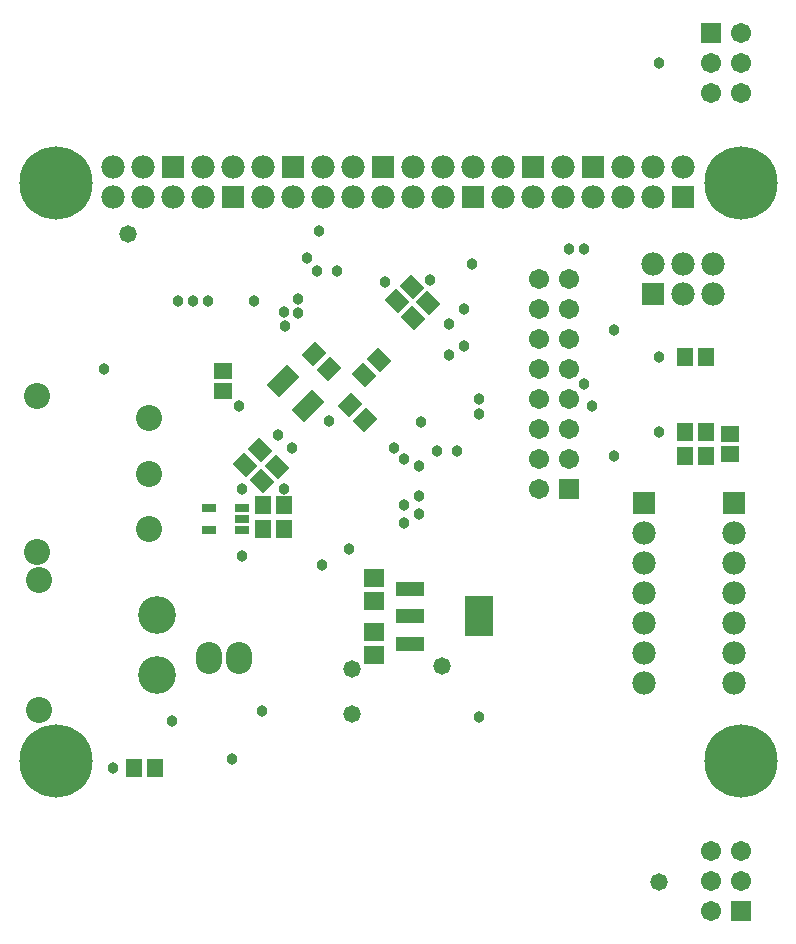
<source format=gbs>
G04 Layer_Color=16711935*
%FSLAX25Y25*%
%MOIN*%
G70*
G01*
G75*
%ADD53R,0.05328X0.06115*%
G04:AMPARAMS|DCode=58|XSize=63.12mil|YSize=53.28mil|CornerRadius=0mil|HoleSize=0mil|Usage=FLASHONLY|Rotation=315.000|XOffset=0mil|YOffset=0mil|HoleType=Round|Shape=Rectangle|*
%AMROTATEDRECTD58*
4,1,4,-0.04115,0.00348,-0.00348,0.04115,0.04115,-0.00348,0.00348,-0.04115,-0.04115,0.00348,0.0*
%
%ADD58ROTATEDRECTD58*%

%ADD69R,0.06115X0.05328*%
%ADD70O,0.08674X0.10642*%
%ADD71R,0.06706X0.06706*%
%ADD72C,0.06706*%
%ADD73C,0.12611*%
%ADD74C,0.08674*%
%ADD75C,0.07800*%
%ADD76R,0.07800X0.07800*%
%ADD77R,0.07800X0.07800*%
%ADD78C,0.24409*%
%ADD79C,0.03800*%
%ADD80C,0.05800*%
%ADD81R,0.06312X0.05328*%
G04:AMPARAMS|DCode=82|XSize=63.12mil|YSize=53.28mil|CornerRadius=0mil|HoleSize=0mil|Usage=FLASHONLY|Rotation=45.000|XOffset=0mil|YOffset=0mil|HoleType=Round|Shape=Rectangle|*
%AMROTATEDRECTD82*
4,1,4,-0.00348,-0.04115,-0.04115,-0.00348,0.00348,0.04115,0.04115,0.00348,-0.00348,-0.04115,0.0*
%
%ADD82ROTATEDRECTD82*%

G04:AMPARAMS|DCode=83|XSize=57.21mil|YSize=94.61mil|CornerRadius=0mil|HoleSize=0mil|Usage=FLASHONLY|Rotation=315.000|XOffset=0mil|YOffset=0mil|HoleType=Round|Shape=Rectangle|*
%AMROTATEDRECTD83*
4,1,4,-0.05368,-0.01322,0.01322,0.05368,0.05368,0.01322,-0.01322,-0.05368,-0.05368,-0.01322,0.0*
%
%ADD83ROTATEDRECTD83*%

%ADD84R,0.04737X0.03162*%
%ADD85R,0.06706X0.06312*%
%ADD86R,0.09265X0.13595*%
%ADD87R,0.09265X0.04737*%
D53*
X46945Y12000D02*
D03*
X40055D02*
D03*
X223555Y116000D02*
D03*
X230445D02*
D03*
X223555Y124000D02*
D03*
X230445D02*
D03*
X89890Y99500D02*
D03*
X83000D02*
D03*
X83055Y91500D02*
D03*
X89945D02*
D03*
X223555Y149000D02*
D03*
X230445D02*
D03*
D58*
X127564Y167564D02*
D03*
X132436Y172436D02*
D03*
X133064Y162064D02*
D03*
X137936Y166936D02*
D03*
X116564Y143064D02*
D03*
X121436Y147936D02*
D03*
X77064Y113064D02*
D03*
X81936Y117936D02*
D03*
X82564Y107564D02*
D03*
X87436Y112436D02*
D03*
D69*
X69500Y144445D02*
D03*
Y137555D02*
D03*
D70*
X65000Y48500D02*
D03*
X75000D02*
D03*
D71*
X242126Y-35827D02*
D03*
X185000Y105000D02*
D03*
X232126Y257087D02*
D03*
D72*
Y-35827D02*
D03*
X242126Y-25827D02*
D03*
X232126D02*
D03*
X242126Y-15827D02*
D03*
X232126D02*
D03*
X175000Y175000D02*
D03*
X185000D02*
D03*
X175000Y165000D02*
D03*
X185000D02*
D03*
X175000Y155000D02*
D03*
X185000D02*
D03*
X175000Y145000D02*
D03*
X185000D02*
D03*
X175000Y135000D02*
D03*
X185000D02*
D03*
X175000Y125000D02*
D03*
X185000D02*
D03*
X175000Y115000D02*
D03*
X185000D02*
D03*
X175000Y105000D02*
D03*
X242126Y237087D02*
D03*
X232126D02*
D03*
X242126Y247087D02*
D03*
X232126D02*
D03*
X242126Y257087D02*
D03*
D73*
X47500Y62843D02*
D03*
Y43158D02*
D03*
D74*
X8130Y74654D02*
D03*
Y31346D02*
D03*
X45000Y91500D02*
D03*
Y110000D02*
D03*
Y128500D02*
D03*
X7500Y136000D02*
D03*
Y84000D02*
D03*
D75*
X233000Y180000D02*
D03*
Y170000D02*
D03*
X223000Y180000D02*
D03*
Y170000D02*
D03*
X213000Y180000D02*
D03*
X240000Y90236D02*
D03*
Y80236D02*
D03*
Y70236D02*
D03*
Y60236D02*
D03*
Y50236D02*
D03*
Y40236D02*
D03*
X210000Y90236D02*
D03*
Y80236D02*
D03*
Y70236D02*
D03*
Y60236D02*
D03*
Y50236D02*
D03*
Y40236D02*
D03*
X33000Y202394D02*
D03*
Y212394D02*
D03*
X43000Y202394D02*
D03*
Y212394D02*
D03*
X53000Y202394D02*
D03*
X63000D02*
D03*
Y212394D02*
D03*
X73000D02*
D03*
X83000Y202394D02*
D03*
Y212394D02*
D03*
X93000Y202394D02*
D03*
X103000D02*
D03*
Y212394D02*
D03*
X113000Y202394D02*
D03*
Y212394D02*
D03*
X123000Y202394D02*
D03*
X133000D02*
D03*
Y212394D02*
D03*
X143000Y202394D02*
D03*
Y212394D02*
D03*
X153000D02*
D03*
X163000Y202394D02*
D03*
Y212394D02*
D03*
X173000Y202394D02*
D03*
X183000D02*
D03*
Y212394D02*
D03*
X193000Y202394D02*
D03*
X203000D02*
D03*
Y212394D02*
D03*
X213000Y202394D02*
D03*
Y212394D02*
D03*
X223000D02*
D03*
D76*
X213000Y170000D02*
D03*
X53000Y212394D02*
D03*
X73000Y202394D02*
D03*
X93000Y212394D02*
D03*
X123000D02*
D03*
X153000Y202394D02*
D03*
X173000Y212394D02*
D03*
X193000D02*
D03*
X223000Y202394D02*
D03*
D77*
X240000Y100236D02*
D03*
X210000D02*
D03*
D78*
X13780Y14173D02*
D03*
X242126D02*
D03*
Y207087D02*
D03*
X13780D02*
D03*
D79*
X138500Y174500D02*
D03*
X123500Y174000D02*
D03*
X200000Y158000D02*
D03*
X72500Y15000D02*
D03*
X33000Y12000D02*
D03*
X59500Y167500D02*
D03*
X64500D02*
D03*
X54500D02*
D03*
X75000Y132500D02*
D03*
X82500Y31000D02*
D03*
X29882Y144882D02*
D03*
X76000Y82500D02*
D03*
X102500Y79500D02*
D03*
X101000Y177500D02*
D03*
X52500Y27500D02*
D03*
X80000Y167500D02*
D03*
X200000Y116000D02*
D03*
X145000Y160000D02*
D03*
X150000Y165000D02*
D03*
Y152500D02*
D03*
X145000Y149500D02*
D03*
X111445Y84945D02*
D03*
X101500Y191000D02*
D03*
X105000Y127500D02*
D03*
X190000Y140000D02*
D03*
X192500Y132500D02*
D03*
X155000Y135000D02*
D03*
Y130000D02*
D03*
X135000Y112500D02*
D03*
X130000Y115000D02*
D03*
X141000Y117500D02*
D03*
X147500D02*
D03*
X130000Y93500D02*
D03*
Y99500D02*
D03*
X135000Y96500D02*
D03*
Y102500D02*
D03*
X135454Y127408D02*
D03*
X185000Y185000D02*
D03*
X190000D02*
D03*
X107500Y177500D02*
D03*
X97500Y182000D02*
D03*
X152500Y180000D02*
D03*
X126546Y118500D02*
D03*
X90046Y163908D02*
D03*
X90227Y159273D02*
D03*
X94681Y163727D02*
D03*
X94500Y168363D02*
D03*
X92454Y118500D02*
D03*
X88000Y122954D02*
D03*
X90000Y105000D02*
D03*
X76000D02*
D03*
X155000Y29000D02*
D03*
X215087Y247087D02*
D03*
X215000Y124000D02*
D03*
X214803Y148961D02*
D03*
D80*
X112500Y30000D02*
D03*
Y45000D02*
D03*
X142500Y46000D02*
D03*
X215000Y-26000D02*
D03*
X38000Y190000D02*
D03*
D81*
X238500Y116555D02*
D03*
Y123445D02*
D03*
D82*
X104936Y145064D02*
D03*
X100064Y149936D02*
D03*
X112064Y132936D02*
D03*
X116936Y128064D02*
D03*
D83*
X98009Y132509D02*
D03*
X89518Y141000D02*
D03*
D84*
X65087Y98740D02*
D03*
Y91260D02*
D03*
X75913D02*
D03*
Y95000D02*
D03*
Y98740D02*
D03*
D85*
X120000Y57437D02*
D03*
Y49563D02*
D03*
Y75374D02*
D03*
Y67500D02*
D03*
D86*
X155016Y62500D02*
D03*
D87*
X131984Y71555D02*
D03*
Y62500D02*
D03*
Y53445D02*
D03*
M02*

</source>
